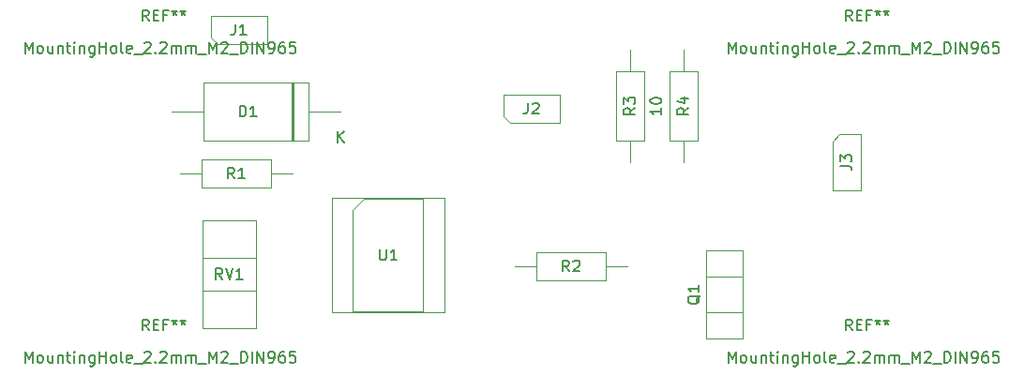
<source format=gbr>
G04 #@! TF.GenerationSoftware,KiCad,Pcbnew,5.1.5-52549c5~84~ubuntu18.04.1*
G04 #@! TF.CreationDate,2020-04-29T13:09:13+01:00*
G04 #@! TF.ProjectId,etl_driver_pcb,65746c5f-6472-4697-9665-725f7063622e,rev?*
G04 #@! TF.SameCoordinates,Original*
G04 #@! TF.FileFunction,Other,Fab,Top*
%FSLAX46Y46*%
G04 Gerber Fmt 4.6, Leading zero omitted, Abs format (unit mm)*
G04 Created by KiCad (PCBNEW 5.1.5-52549c5~84~ubuntu18.04.1) date 2020-04-29 13:09:13*
%MOMM*%
%LPD*%
G04 APERTURE LIST*
%ADD10C,0.100000*%
%ADD11C,0.150000*%
G04 APERTURE END LIST*
D10*
X135356000Y-121142000D02*
X130556000Y-121142000D01*
X135356000Y-124142000D02*
X135356000Y-121142000D01*
X130556000Y-124142000D02*
X135356000Y-124142000D01*
X130556000Y-121142000D02*
X130556000Y-124142000D01*
X130556000Y-117742000D02*
X135356000Y-117742000D01*
X130556000Y-127542000D02*
X130556000Y-117742000D01*
X135356000Y-127542000D02*
X130556000Y-127542000D01*
X135356000Y-117742000D02*
X135356000Y-127542000D01*
X140147000Y-110555000D02*
X140147000Y-105345000D01*
X140147000Y-105345000D02*
X130617000Y-105345000D01*
X130617000Y-105345000D02*
X130617000Y-110555000D01*
X130617000Y-110555000D02*
X140147000Y-110555000D01*
X143002000Y-107950000D02*
X140147000Y-107950000D01*
X127762000Y-107950000D02*
X130617000Y-107950000D01*
X138717500Y-110555000D02*
X138717500Y-105345000D01*
X138617500Y-110555000D02*
X138617500Y-105345000D01*
X138817500Y-110555000D02*
X138817500Y-105345000D01*
X131318000Y-101219000D02*
X131318000Y-99314000D01*
X131318000Y-99314000D02*
X136398000Y-99314000D01*
X136398000Y-99314000D02*
X136398000Y-101854000D01*
X136398000Y-101854000D02*
X131953000Y-101854000D01*
X131953000Y-101854000D02*
X131318000Y-101219000D01*
X158369000Y-108966000D02*
X157734000Y-108331000D01*
X162814000Y-108966000D02*
X158369000Y-108966000D01*
X162814000Y-106426000D02*
X162814000Y-108966000D01*
X157734000Y-106426000D02*
X162814000Y-106426000D01*
X157734000Y-108331000D02*
X157734000Y-106426000D01*
X188087000Y-109982000D02*
X189992000Y-109982000D01*
X189992000Y-109982000D02*
X189992000Y-115062000D01*
X189992000Y-115062000D02*
X187452000Y-115062000D01*
X187452000Y-115062000D02*
X187452000Y-110617000D01*
X187452000Y-110617000D02*
X188087000Y-109982000D01*
X176054000Y-128460000D02*
X179304000Y-128460000D01*
X179304000Y-128460000D02*
X179304000Y-120460000D01*
X179304000Y-120460000D02*
X176054000Y-120460000D01*
X176054000Y-120460000D02*
X176054000Y-128460000D01*
X176054000Y-126060000D02*
X179304000Y-126060000D01*
X176054000Y-122860000D02*
X179304000Y-122860000D01*
X136754000Y-114788000D02*
X136754000Y-112288000D01*
X136754000Y-112288000D02*
X130454000Y-112288000D01*
X130454000Y-112288000D02*
X130454000Y-114788000D01*
X130454000Y-114788000D02*
X136754000Y-114788000D01*
X138684000Y-113538000D02*
X136754000Y-113538000D01*
X128524000Y-113538000D02*
X130454000Y-113538000D01*
X158750000Y-121920000D02*
X160680000Y-121920000D01*
X168910000Y-121920000D02*
X166980000Y-121920000D01*
X160680000Y-123170000D02*
X166980000Y-123170000D01*
X160680000Y-120670000D02*
X160680000Y-123170000D01*
X166980000Y-120670000D02*
X160680000Y-120670000D01*
X166980000Y-123170000D02*
X166980000Y-120670000D01*
X167914000Y-110592000D02*
X170414000Y-110592000D01*
X170414000Y-110592000D02*
X170414000Y-104292000D01*
X170414000Y-104292000D02*
X167914000Y-104292000D01*
X167914000Y-104292000D02*
X167914000Y-110592000D01*
X169164000Y-112522000D02*
X169164000Y-110592000D01*
X169164000Y-102362000D02*
X169164000Y-104292000D01*
X173990000Y-102362000D02*
X173990000Y-104292000D01*
X173990000Y-112522000D02*
X173990000Y-110592000D01*
X172740000Y-104292000D02*
X172740000Y-110592000D01*
X175240000Y-104292000D02*
X172740000Y-104292000D01*
X175240000Y-110592000D02*
X175240000Y-104292000D01*
X172740000Y-110592000D02*
X175240000Y-110592000D01*
X145145000Y-115824000D02*
X150495000Y-115824000D01*
X150495000Y-115824000D02*
X150495000Y-125984000D01*
X150495000Y-125984000D02*
X144145000Y-125984000D01*
X144145000Y-125984000D02*
X144145000Y-116824000D01*
X144145000Y-116824000D02*
X145145000Y-115824000D01*
X142240000Y-115764000D02*
X142240000Y-126044000D01*
X142240000Y-126044000D02*
X152400000Y-126044000D01*
X152400000Y-126044000D02*
X152400000Y-115764000D01*
X152400000Y-115764000D02*
X142240000Y-115764000D01*
D11*
X132360761Y-123094380D02*
X132027428Y-122618190D01*
X131789333Y-123094380D02*
X131789333Y-122094380D01*
X132170285Y-122094380D01*
X132265523Y-122142000D01*
X132313142Y-122189619D01*
X132360761Y-122284857D01*
X132360761Y-122427714D01*
X132313142Y-122522952D01*
X132265523Y-122570571D01*
X132170285Y-122618190D01*
X131789333Y-122618190D01*
X132646476Y-122094380D02*
X132979809Y-123094380D01*
X133313142Y-122094380D01*
X134170285Y-123094380D02*
X133598857Y-123094380D01*
X133884571Y-123094380D02*
X133884571Y-122094380D01*
X133789333Y-122237238D01*
X133694095Y-122332476D01*
X133598857Y-122380095D01*
X133929154Y-108402380D02*
X133929154Y-107402380D01*
X134167250Y-107402380D01*
X134310107Y-107450000D01*
X134405345Y-107545238D01*
X134452964Y-107640476D01*
X134500583Y-107830952D01*
X134500583Y-107973809D01*
X134452964Y-108164285D01*
X134405345Y-108259523D01*
X134310107Y-108354761D01*
X134167250Y-108402380D01*
X133929154Y-108402380D01*
X135452964Y-108402380D02*
X134881535Y-108402380D01*
X135167250Y-108402380D02*
X135167250Y-107402380D01*
X135072011Y-107545238D01*
X134976773Y-107640476D01*
X134881535Y-107688095D01*
X142740095Y-110702380D02*
X142740095Y-109702380D01*
X143311523Y-110702380D02*
X142882952Y-110130952D01*
X143311523Y-109702380D02*
X142740095Y-110273809D01*
X114555523Y-130606380D02*
X114555523Y-129606380D01*
X114888857Y-130320666D01*
X115222190Y-129606380D01*
X115222190Y-130606380D01*
X115841238Y-130606380D02*
X115746000Y-130558761D01*
X115698380Y-130511142D01*
X115650761Y-130415904D01*
X115650761Y-130130190D01*
X115698380Y-130034952D01*
X115746000Y-129987333D01*
X115841238Y-129939714D01*
X115984095Y-129939714D01*
X116079333Y-129987333D01*
X116126952Y-130034952D01*
X116174571Y-130130190D01*
X116174571Y-130415904D01*
X116126952Y-130511142D01*
X116079333Y-130558761D01*
X115984095Y-130606380D01*
X115841238Y-130606380D01*
X117031714Y-129939714D02*
X117031714Y-130606380D01*
X116603142Y-129939714D02*
X116603142Y-130463523D01*
X116650761Y-130558761D01*
X116746000Y-130606380D01*
X116888857Y-130606380D01*
X116984095Y-130558761D01*
X117031714Y-130511142D01*
X117507904Y-129939714D02*
X117507904Y-130606380D01*
X117507904Y-130034952D02*
X117555523Y-129987333D01*
X117650761Y-129939714D01*
X117793619Y-129939714D01*
X117888857Y-129987333D01*
X117936476Y-130082571D01*
X117936476Y-130606380D01*
X118269809Y-129939714D02*
X118650761Y-129939714D01*
X118412666Y-129606380D02*
X118412666Y-130463523D01*
X118460285Y-130558761D01*
X118555523Y-130606380D01*
X118650761Y-130606380D01*
X118984095Y-130606380D02*
X118984095Y-129939714D01*
X118984095Y-129606380D02*
X118936476Y-129654000D01*
X118984095Y-129701619D01*
X119031714Y-129654000D01*
X118984095Y-129606380D01*
X118984095Y-129701619D01*
X119460285Y-129939714D02*
X119460285Y-130606380D01*
X119460285Y-130034952D02*
X119507904Y-129987333D01*
X119603142Y-129939714D01*
X119746000Y-129939714D01*
X119841238Y-129987333D01*
X119888857Y-130082571D01*
X119888857Y-130606380D01*
X120793619Y-129939714D02*
X120793619Y-130749238D01*
X120746000Y-130844476D01*
X120698380Y-130892095D01*
X120603142Y-130939714D01*
X120460285Y-130939714D01*
X120365047Y-130892095D01*
X120793619Y-130558761D02*
X120698380Y-130606380D01*
X120507904Y-130606380D01*
X120412666Y-130558761D01*
X120365047Y-130511142D01*
X120317428Y-130415904D01*
X120317428Y-130130190D01*
X120365047Y-130034952D01*
X120412666Y-129987333D01*
X120507904Y-129939714D01*
X120698380Y-129939714D01*
X120793619Y-129987333D01*
X121269809Y-130606380D02*
X121269809Y-129606380D01*
X121269809Y-130082571D02*
X121841238Y-130082571D01*
X121841238Y-130606380D02*
X121841238Y-129606380D01*
X122460285Y-130606380D02*
X122365047Y-130558761D01*
X122317428Y-130511142D01*
X122269809Y-130415904D01*
X122269809Y-130130190D01*
X122317428Y-130034952D01*
X122365047Y-129987333D01*
X122460285Y-129939714D01*
X122603142Y-129939714D01*
X122698380Y-129987333D01*
X122746000Y-130034952D01*
X122793619Y-130130190D01*
X122793619Y-130415904D01*
X122746000Y-130511142D01*
X122698380Y-130558761D01*
X122603142Y-130606380D01*
X122460285Y-130606380D01*
X123365047Y-130606380D02*
X123269809Y-130558761D01*
X123222190Y-130463523D01*
X123222190Y-129606380D01*
X124126952Y-130558761D02*
X124031714Y-130606380D01*
X123841238Y-130606380D01*
X123746000Y-130558761D01*
X123698380Y-130463523D01*
X123698380Y-130082571D01*
X123746000Y-129987333D01*
X123841238Y-129939714D01*
X124031714Y-129939714D01*
X124126952Y-129987333D01*
X124174571Y-130082571D01*
X124174571Y-130177809D01*
X123698380Y-130273047D01*
X124365047Y-130701619D02*
X125126952Y-130701619D01*
X125317428Y-129701619D02*
X125365047Y-129654000D01*
X125460285Y-129606380D01*
X125698380Y-129606380D01*
X125793619Y-129654000D01*
X125841238Y-129701619D01*
X125888857Y-129796857D01*
X125888857Y-129892095D01*
X125841238Y-130034952D01*
X125269809Y-130606380D01*
X125888857Y-130606380D01*
X126317428Y-130511142D02*
X126365047Y-130558761D01*
X126317428Y-130606380D01*
X126269809Y-130558761D01*
X126317428Y-130511142D01*
X126317428Y-130606380D01*
X126745999Y-129701619D02*
X126793619Y-129654000D01*
X126888857Y-129606380D01*
X127126952Y-129606380D01*
X127222190Y-129654000D01*
X127269809Y-129701619D01*
X127317428Y-129796857D01*
X127317428Y-129892095D01*
X127269809Y-130034952D01*
X126698380Y-130606380D01*
X127317428Y-130606380D01*
X127745999Y-130606380D02*
X127745999Y-129939714D01*
X127745999Y-130034952D02*
X127793619Y-129987333D01*
X127888857Y-129939714D01*
X128031714Y-129939714D01*
X128126952Y-129987333D01*
X128174571Y-130082571D01*
X128174571Y-130606380D01*
X128174571Y-130082571D02*
X128222190Y-129987333D01*
X128317428Y-129939714D01*
X128460285Y-129939714D01*
X128555523Y-129987333D01*
X128603142Y-130082571D01*
X128603142Y-130606380D01*
X129079333Y-130606380D02*
X129079333Y-129939714D01*
X129079333Y-130034952D02*
X129126952Y-129987333D01*
X129222190Y-129939714D01*
X129365047Y-129939714D01*
X129460285Y-129987333D01*
X129507904Y-130082571D01*
X129507904Y-130606380D01*
X129507904Y-130082571D02*
X129555523Y-129987333D01*
X129650761Y-129939714D01*
X129793619Y-129939714D01*
X129888857Y-129987333D01*
X129936476Y-130082571D01*
X129936476Y-130606380D01*
X130174571Y-130701619D02*
X130936476Y-130701619D01*
X131174571Y-130606380D02*
X131174571Y-129606380D01*
X131507904Y-130320666D01*
X131841238Y-129606380D01*
X131841238Y-130606380D01*
X132269809Y-129701619D02*
X132317428Y-129654000D01*
X132412666Y-129606380D01*
X132650761Y-129606380D01*
X132746000Y-129654000D01*
X132793619Y-129701619D01*
X132841238Y-129796857D01*
X132841238Y-129892095D01*
X132793619Y-130034952D01*
X132222190Y-130606380D01*
X132841238Y-130606380D01*
X133031714Y-130701619D02*
X133793619Y-130701619D01*
X134031714Y-130606380D02*
X134031714Y-129606380D01*
X134269809Y-129606380D01*
X134412666Y-129654000D01*
X134507904Y-129749238D01*
X134555523Y-129844476D01*
X134603142Y-130034952D01*
X134603142Y-130177809D01*
X134555523Y-130368285D01*
X134507904Y-130463523D01*
X134412666Y-130558761D01*
X134269809Y-130606380D01*
X134031714Y-130606380D01*
X135031714Y-130606380D02*
X135031714Y-129606380D01*
X135507904Y-130606380D02*
X135507904Y-129606380D01*
X136079333Y-130606380D01*
X136079333Y-129606380D01*
X136603142Y-130606380D02*
X136793619Y-130606380D01*
X136888857Y-130558761D01*
X136936476Y-130511142D01*
X137031714Y-130368285D01*
X137079333Y-130177809D01*
X137079333Y-129796857D01*
X137031714Y-129701619D01*
X136984095Y-129654000D01*
X136888857Y-129606380D01*
X136698380Y-129606380D01*
X136603142Y-129654000D01*
X136555523Y-129701619D01*
X136507904Y-129796857D01*
X136507904Y-130034952D01*
X136555523Y-130130190D01*
X136603142Y-130177809D01*
X136698380Y-130225428D01*
X136888857Y-130225428D01*
X136984095Y-130177809D01*
X137031714Y-130130190D01*
X137079333Y-130034952D01*
X137936476Y-129606380D02*
X137746000Y-129606380D01*
X137650761Y-129654000D01*
X137603142Y-129701619D01*
X137507904Y-129844476D01*
X137460285Y-130034952D01*
X137460285Y-130415904D01*
X137507904Y-130511142D01*
X137555523Y-130558761D01*
X137650761Y-130606380D01*
X137841238Y-130606380D01*
X137936476Y-130558761D01*
X137984095Y-130511142D01*
X138031714Y-130415904D01*
X138031714Y-130177809D01*
X137984095Y-130082571D01*
X137936476Y-130034952D01*
X137841238Y-129987333D01*
X137650761Y-129987333D01*
X137555523Y-130034952D01*
X137507904Y-130082571D01*
X137460285Y-130177809D01*
X138936476Y-129606380D02*
X138460285Y-129606380D01*
X138412666Y-130082571D01*
X138460285Y-130034952D01*
X138555523Y-129987333D01*
X138793619Y-129987333D01*
X138888857Y-130034952D01*
X138936476Y-130082571D01*
X138984095Y-130177809D01*
X138984095Y-130415904D01*
X138936476Y-130511142D01*
X138888857Y-130558761D01*
X138793619Y-130606380D01*
X138555523Y-130606380D01*
X138460285Y-130558761D01*
X138412666Y-130511142D01*
X125712666Y-127706380D02*
X125379333Y-127230190D01*
X125141238Y-127706380D02*
X125141238Y-126706380D01*
X125522190Y-126706380D01*
X125617428Y-126754000D01*
X125665047Y-126801619D01*
X125712666Y-126896857D01*
X125712666Y-127039714D01*
X125665047Y-127134952D01*
X125617428Y-127182571D01*
X125522190Y-127230190D01*
X125141238Y-127230190D01*
X126141238Y-127182571D02*
X126474571Y-127182571D01*
X126617428Y-127706380D02*
X126141238Y-127706380D01*
X126141238Y-126706380D01*
X126617428Y-126706380D01*
X127379333Y-127182571D02*
X127046000Y-127182571D01*
X127046000Y-127706380D02*
X127046000Y-126706380D01*
X127522190Y-126706380D01*
X128046000Y-126706380D02*
X128046000Y-126944476D01*
X127807904Y-126849238D02*
X128046000Y-126944476D01*
X128284095Y-126849238D01*
X127903142Y-127134952D02*
X128046000Y-126944476D01*
X128188857Y-127134952D01*
X128807904Y-126706380D02*
X128807904Y-126944476D01*
X128569809Y-126849238D02*
X128807904Y-126944476D01*
X129046000Y-126849238D01*
X128665047Y-127134952D02*
X128807904Y-126944476D01*
X128950761Y-127134952D01*
X114555523Y-102666380D02*
X114555523Y-101666380D01*
X114888857Y-102380666D01*
X115222190Y-101666380D01*
X115222190Y-102666380D01*
X115841238Y-102666380D02*
X115746000Y-102618761D01*
X115698380Y-102571142D01*
X115650761Y-102475904D01*
X115650761Y-102190190D01*
X115698380Y-102094952D01*
X115746000Y-102047333D01*
X115841238Y-101999714D01*
X115984095Y-101999714D01*
X116079333Y-102047333D01*
X116126952Y-102094952D01*
X116174571Y-102190190D01*
X116174571Y-102475904D01*
X116126952Y-102571142D01*
X116079333Y-102618761D01*
X115984095Y-102666380D01*
X115841238Y-102666380D01*
X117031714Y-101999714D02*
X117031714Y-102666380D01*
X116603142Y-101999714D02*
X116603142Y-102523523D01*
X116650761Y-102618761D01*
X116746000Y-102666380D01*
X116888857Y-102666380D01*
X116984095Y-102618761D01*
X117031714Y-102571142D01*
X117507904Y-101999714D02*
X117507904Y-102666380D01*
X117507904Y-102094952D02*
X117555523Y-102047333D01*
X117650761Y-101999714D01*
X117793619Y-101999714D01*
X117888857Y-102047333D01*
X117936476Y-102142571D01*
X117936476Y-102666380D01*
X118269809Y-101999714D02*
X118650761Y-101999714D01*
X118412666Y-101666380D02*
X118412666Y-102523523D01*
X118460285Y-102618761D01*
X118555523Y-102666380D01*
X118650761Y-102666380D01*
X118984095Y-102666380D02*
X118984095Y-101999714D01*
X118984095Y-101666380D02*
X118936476Y-101714000D01*
X118984095Y-101761619D01*
X119031714Y-101714000D01*
X118984095Y-101666380D01*
X118984095Y-101761619D01*
X119460285Y-101999714D02*
X119460285Y-102666380D01*
X119460285Y-102094952D02*
X119507904Y-102047333D01*
X119603142Y-101999714D01*
X119746000Y-101999714D01*
X119841238Y-102047333D01*
X119888857Y-102142571D01*
X119888857Y-102666380D01*
X120793619Y-101999714D02*
X120793619Y-102809238D01*
X120746000Y-102904476D01*
X120698380Y-102952095D01*
X120603142Y-102999714D01*
X120460285Y-102999714D01*
X120365047Y-102952095D01*
X120793619Y-102618761D02*
X120698380Y-102666380D01*
X120507904Y-102666380D01*
X120412666Y-102618761D01*
X120365047Y-102571142D01*
X120317428Y-102475904D01*
X120317428Y-102190190D01*
X120365047Y-102094952D01*
X120412666Y-102047333D01*
X120507904Y-101999714D01*
X120698380Y-101999714D01*
X120793619Y-102047333D01*
X121269809Y-102666380D02*
X121269809Y-101666380D01*
X121269809Y-102142571D02*
X121841238Y-102142571D01*
X121841238Y-102666380D02*
X121841238Y-101666380D01*
X122460285Y-102666380D02*
X122365047Y-102618761D01*
X122317428Y-102571142D01*
X122269809Y-102475904D01*
X122269809Y-102190190D01*
X122317428Y-102094952D01*
X122365047Y-102047333D01*
X122460285Y-101999714D01*
X122603142Y-101999714D01*
X122698380Y-102047333D01*
X122746000Y-102094952D01*
X122793619Y-102190190D01*
X122793619Y-102475904D01*
X122746000Y-102571142D01*
X122698380Y-102618761D01*
X122603142Y-102666380D01*
X122460285Y-102666380D01*
X123365047Y-102666380D02*
X123269809Y-102618761D01*
X123222190Y-102523523D01*
X123222190Y-101666380D01*
X124126952Y-102618761D02*
X124031714Y-102666380D01*
X123841238Y-102666380D01*
X123746000Y-102618761D01*
X123698380Y-102523523D01*
X123698380Y-102142571D01*
X123746000Y-102047333D01*
X123841238Y-101999714D01*
X124031714Y-101999714D01*
X124126952Y-102047333D01*
X124174571Y-102142571D01*
X124174571Y-102237809D01*
X123698380Y-102333047D01*
X124365047Y-102761619D02*
X125126952Y-102761619D01*
X125317428Y-101761619D02*
X125365047Y-101714000D01*
X125460285Y-101666380D01*
X125698380Y-101666380D01*
X125793619Y-101714000D01*
X125841238Y-101761619D01*
X125888857Y-101856857D01*
X125888857Y-101952095D01*
X125841238Y-102094952D01*
X125269809Y-102666380D01*
X125888857Y-102666380D01*
X126317428Y-102571142D02*
X126365047Y-102618761D01*
X126317428Y-102666380D01*
X126269809Y-102618761D01*
X126317428Y-102571142D01*
X126317428Y-102666380D01*
X126745999Y-101761619D02*
X126793619Y-101714000D01*
X126888857Y-101666380D01*
X127126952Y-101666380D01*
X127222190Y-101714000D01*
X127269809Y-101761619D01*
X127317428Y-101856857D01*
X127317428Y-101952095D01*
X127269809Y-102094952D01*
X126698380Y-102666380D01*
X127317428Y-102666380D01*
X127745999Y-102666380D02*
X127745999Y-101999714D01*
X127745999Y-102094952D02*
X127793619Y-102047333D01*
X127888857Y-101999714D01*
X128031714Y-101999714D01*
X128126952Y-102047333D01*
X128174571Y-102142571D01*
X128174571Y-102666380D01*
X128174571Y-102142571D02*
X128222190Y-102047333D01*
X128317428Y-101999714D01*
X128460285Y-101999714D01*
X128555523Y-102047333D01*
X128603142Y-102142571D01*
X128603142Y-102666380D01*
X129079333Y-102666380D02*
X129079333Y-101999714D01*
X129079333Y-102094952D02*
X129126952Y-102047333D01*
X129222190Y-101999714D01*
X129365047Y-101999714D01*
X129460285Y-102047333D01*
X129507904Y-102142571D01*
X129507904Y-102666380D01*
X129507904Y-102142571D02*
X129555523Y-102047333D01*
X129650761Y-101999714D01*
X129793619Y-101999714D01*
X129888857Y-102047333D01*
X129936476Y-102142571D01*
X129936476Y-102666380D01*
X130174571Y-102761619D02*
X130936476Y-102761619D01*
X131174571Y-102666380D02*
X131174571Y-101666380D01*
X131507904Y-102380666D01*
X131841238Y-101666380D01*
X131841238Y-102666380D01*
X132269809Y-101761619D02*
X132317428Y-101714000D01*
X132412666Y-101666380D01*
X132650761Y-101666380D01*
X132746000Y-101714000D01*
X132793619Y-101761619D01*
X132841238Y-101856857D01*
X132841238Y-101952095D01*
X132793619Y-102094952D01*
X132222190Y-102666380D01*
X132841238Y-102666380D01*
X133031714Y-102761619D02*
X133793619Y-102761619D01*
X134031714Y-102666380D02*
X134031714Y-101666380D01*
X134269809Y-101666380D01*
X134412666Y-101714000D01*
X134507904Y-101809238D01*
X134555523Y-101904476D01*
X134603142Y-102094952D01*
X134603142Y-102237809D01*
X134555523Y-102428285D01*
X134507904Y-102523523D01*
X134412666Y-102618761D01*
X134269809Y-102666380D01*
X134031714Y-102666380D01*
X135031714Y-102666380D02*
X135031714Y-101666380D01*
X135507904Y-102666380D02*
X135507904Y-101666380D01*
X136079333Y-102666380D01*
X136079333Y-101666380D01*
X136603142Y-102666380D02*
X136793619Y-102666380D01*
X136888857Y-102618761D01*
X136936476Y-102571142D01*
X137031714Y-102428285D01*
X137079333Y-102237809D01*
X137079333Y-101856857D01*
X137031714Y-101761619D01*
X136984095Y-101714000D01*
X136888857Y-101666380D01*
X136698380Y-101666380D01*
X136603142Y-101714000D01*
X136555523Y-101761619D01*
X136507904Y-101856857D01*
X136507904Y-102094952D01*
X136555523Y-102190190D01*
X136603142Y-102237809D01*
X136698380Y-102285428D01*
X136888857Y-102285428D01*
X136984095Y-102237809D01*
X137031714Y-102190190D01*
X137079333Y-102094952D01*
X137936476Y-101666380D02*
X137746000Y-101666380D01*
X137650761Y-101714000D01*
X137603142Y-101761619D01*
X137507904Y-101904476D01*
X137460285Y-102094952D01*
X137460285Y-102475904D01*
X137507904Y-102571142D01*
X137555523Y-102618761D01*
X137650761Y-102666380D01*
X137841238Y-102666380D01*
X137936476Y-102618761D01*
X137984095Y-102571142D01*
X138031714Y-102475904D01*
X138031714Y-102237809D01*
X137984095Y-102142571D01*
X137936476Y-102094952D01*
X137841238Y-102047333D01*
X137650761Y-102047333D01*
X137555523Y-102094952D01*
X137507904Y-102142571D01*
X137460285Y-102237809D01*
X138936476Y-101666380D02*
X138460285Y-101666380D01*
X138412666Y-102142571D01*
X138460285Y-102094952D01*
X138555523Y-102047333D01*
X138793619Y-102047333D01*
X138888857Y-102094952D01*
X138936476Y-102142571D01*
X138984095Y-102237809D01*
X138984095Y-102475904D01*
X138936476Y-102571142D01*
X138888857Y-102618761D01*
X138793619Y-102666380D01*
X138555523Y-102666380D01*
X138460285Y-102618761D01*
X138412666Y-102571142D01*
X125712666Y-99766380D02*
X125379333Y-99290190D01*
X125141238Y-99766380D02*
X125141238Y-98766380D01*
X125522190Y-98766380D01*
X125617428Y-98814000D01*
X125665047Y-98861619D01*
X125712666Y-98956857D01*
X125712666Y-99099714D01*
X125665047Y-99194952D01*
X125617428Y-99242571D01*
X125522190Y-99290190D01*
X125141238Y-99290190D01*
X126141238Y-99242571D02*
X126474571Y-99242571D01*
X126617428Y-99766380D02*
X126141238Y-99766380D01*
X126141238Y-98766380D01*
X126617428Y-98766380D01*
X127379333Y-99242571D02*
X127046000Y-99242571D01*
X127046000Y-99766380D02*
X127046000Y-98766380D01*
X127522190Y-98766380D01*
X128046000Y-98766380D02*
X128046000Y-99004476D01*
X127807904Y-98909238D02*
X128046000Y-99004476D01*
X128284095Y-98909238D01*
X127903142Y-99194952D02*
X128046000Y-99004476D01*
X128188857Y-99194952D01*
X128807904Y-98766380D02*
X128807904Y-99004476D01*
X128569809Y-98909238D02*
X128807904Y-99004476D01*
X129046000Y-98909238D01*
X128665047Y-99194952D02*
X128807904Y-99004476D01*
X128950761Y-99194952D01*
X178055523Y-102666380D02*
X178055523Y-101666380D01*
X178388857Y-102380666D01*
X178722190Y-101666380D01*
X178722190Y-102666380D01*
X179341238Y-102666380D02*
X179246000Y-102618761D01*
X179198380Y-102571142D01*
X179150761Y-102475904D01*
X179150761Y-102190190D01*
X179198380Y-102094952D01*
X179246000Y-102047333D01*
X179341238Y-101999714D01*
X179484095Y-101999714D01*
X179579333Y-102047333D01*
X179626952Y-102094952D01*
X179674571Y-102190190D01*
X179674571Y-102475904D01*
X179626952Y-102571142D01*
X179579333Y-102618761D01*
X179484095Y-102666380D01*
X179341238Y-102666380D01*
X180531714Y-101999714D02*
X180531714Y-102666380D01*
X180103142Y-101999714D02*
X180103142Y-102523523D01*
X180150761Y-102618761D01*
X180246000Y-102666380D01*
X180388857Y-102666380D01*
X180484095Y-102618761D01*
X180531714Y-102571142D01*
X181007904Y-101999714D02*
X181007904Y-102666380D01*
X181007904Y-102094952D02*
X181055523Y-102047333D01*
X181150761Y-101999714D01*
X181293619Y-101999714D01*
X181388857Y-102047333D01*
X181436476Y-102142571D01*
X181436476Y-102666380D01*
X181769809Y-101999714D02*
X182150761Y-101999714D01*
X181912666Y-101666380D02*
X181912666Y-102523523D01*
X181960285Y-102618761D01*
X182055523Y-102666380D01*
X182150761Y-102666380D01*
X182484095Y-102666380D02*
X182484095Y-101999714D01*
X182484095Y-101666380D02*
X182436476Y-101714000D01*
X182484095Y-101761619D01*
X182531714Y-101714000D01*
X182484095Y-101666380D01*
X182484095Y-101761619D01*
X182960285Y-101999714D02*
X182960285Y-102666380D01*
X182960285Y-102094952D02*
X183007904Y-102047333D01*
X183103142Y-101999714D01*
X183246000Y-101999714D01*
X183341238Y-102047333D01*
X183388857Y-102142571D01*
X183388857Y-102666380D01*
X184293619Y-101999714D02*
X184293619Y-102809238D01*
X184246000Y-102904476D01*
X184198380Y-102952095D01*
X184103142Y-102999714D01*
X183960285Y-102999714D01*
X183865047Y-102952095D01*
X184293619Y-102618761D02*
X184198380Y-102666380D01*
X184007904Y-102666380D01*
X183912666Y-102618761D01*
X183865047Y-102571142D01*
X183817428Y-102475904D01*
X183817428Y-102190190D01*
X183865047Y-102094952D01*
X183912666Y-102047333D01*
X184007904Y-101999714D01*
X184198380Y-101999714D01*
X184293619Y-102047333D01*
X184769809Y-102666380D02*
X184769809Y-101666380D01*
X184769809Y-102142571D02*
X185341238Y-102142571D01*
X185341238Y-102666380D02*
X185341238Y-101666380D01*
X185960285Y-102666380D02*
X185865047Y-102618761D01*
X185817428Y-102571142D01*
X185769809Y-102475904D01*
X185769809Y-102190190D01*
X185817428Y-102094952D01*
X185865047Y-102047333D01*
X185960285Y-101999714D01*
X186103142Y-101999714D01*
X186198380Y-102047333D01*
X186246000Y-102094952D01*
X186293619Y-102190190D01*
X186293619Y-102475904D01*
X186246000Y-102571142D01*
X186198380Y-102618761D01*
X186103142Y-102666380D01*
X185960285Y-102666380D01*
X186865047Y-102666380D02*
X186769809Y-102618761D01*
X186722190Y-102523523D01*
X186722190Y-101666380D01*
X187626952Y-102618761D02*
X187531714Y-102666380D01*
X187341238Y-102666380D01*
X187246000Y-102618761D01*
X187198380Y-102523523D01*
X187198380Y-102142571D01*
X187246000Y-102047333D01*
X187341238Y-101999714D01*
X187531714Y-101999714D01*
X187626952Y-102047333D01*
X187674571Y-102142571D01*
X187674571Y-102237809D01*
X187198380Y-102333047D01*
X187865047Y-102761619D02*
X188626952Y-102761619D01*
X188817428Y-101761619D02*
X188865047Y-101714000D01*
X188960285Y-101666380D01*
X189198380Y-101666380D01*
X189293619Y-101714000D01*
X189341238Y-101761619D01*
X189388857Y-101856857D01*
X189388857Y-101952095D01*
X189341238Y-102094952D01*
X188769809Y-102666380D01*
X189388857Y-102666380D01*
X189817428Y-102571142D02*
X189865047Y-102618761D01*
X189817428Y-102666380D01*
X189769809Y-102618761D01*
X189817428Y-102571142D01*
X189817428Y-102666380D01*
X190246000Y-101761619D02*
X190293619Y-101714000D01*
X190388857Y-101666380D01*
X190626952Y-101666380D01*
X190722190Y-101714000D01*
X190769809Y-101761619D01*
X190817428Y-101856857D01*
X190817428Y-101952095D01*
X190769809Y-102094952D01*
X190198380Y-102666380D01*
X190817428Y-102666380D01*
X191246000Y-102666380D02*
X191246000Y-101999714D01*
X191246000Y-102094952D02*
X191293619Y-102047333D01*
X191388857Y-101999714D01*
X191531714Y-101999714D01*
X191626952Y-102047333D01*
X191674571Y-102142571D01*
X191674571Y-102666380D01*
X191674571Y-102142571D02*
X191722190Y-102047333D01*
X191817428Y-101999714D01*
X191960285Y-101999714D01*
X192055523Y-102047333D01*
X192103142Y-102142571D01*
X192103142Y-102666380D01*
X192579333Y-102666380D02*
X192579333Y-101999714D01*
X192579333Y-102094952D02*
X192626952Y-102047333D01*
X192722190Y-101999714D01*
X192865047Y-101999714D01*
X192960285Y-102047333D01*
X193007904Y-102142571D01*
X193007904Y-102666380D01*
X193007904Y-102142571D02*
X193055523Y-102047333D01*
X193150761Y-101999714D01*
X193293619Y-101999714D01*
X193388857Y-102047333D01*
X193436476Y-102142571D01*
X193436476Y-102666380D01*
X193674571Y-102761619D02*
X194436476Y-102761619D01*
X194674571Y-102666380D02*
X194674571Y-101666380D01*
X195007904Y-102380666D01*
X195341238Y-101666380D01*
X195341238Y-102666380D01*
X195769809Y-101761619D02*
X195817428Y-101714000D01*
X195912666Y-101666380D01*
X196150761Y-101666380D01*
X196246000Y-101714000D01*
X196293619Y-101761619D01*
X196341238Y-101856857D01*
X196341238Y-101952095D01*
X196293619Y-102094952D01*
X195722190Y-102666380D01*
X196341238Y-102666380D01*
X196531714Y-102761619D02*
X197293619Y-102761619D01*
X197531714Y-102666380D02*
X197531714Y-101666380D01*
X197769809Y-101666380D01*
X197912666Y-101714000D01*
X198007904Y-101809238D01*
X198055523Y-101904476D01*
X198103142Y-102094952D01*
X198103142Y-102237809D01*
X198055523Y-102428285D01*
X198007904Y-102523523D01*
X197912666Y-102618761D01*
X197769809Y-102666380D01*
X197531714Y-102666380D01*
X198531714Y-102666380D02*
X198531714Y-101666380D01*
X199007904Y-102666380D02*
X199007904Y-101666380D01*
X199579333Y-102666380D01*
X199579333Y-101666380D01*
X200103142Y-102666380D02*
X200293619Y-102666380D01*
X200388857Y-102618761D01*
X200436476Y-102571142D01*
X200531714Y-102428285D01*
X200579333Y-102237809D01*
X200579333Y-101856857D01*
X200531714Y-101761619D01*
X200484095Y-101714000D01*
X200388857Y-101666380D01*
X200198380Y-101666380D01*
X200103142Y-101714000D01*
X200055523Y-101761619D01*
X200007904Y-101856857D01*
X200007904Y-102094952D01*
X200055523Y-102190190D01*
X200103142Y-102237809D01*
X200198380Y-102285428D01*
X200388857Y-102285428D01*
X200484095Y-102237809D01*
X200531714Y-102190190D01*
X200579333Y-102094952D01*
X201436476Y-101666380D02*
X201246000Y-101666380D01*
X201150761Y-101714000D01*
X201103142Y-101761619D01*
X201007904Y-101904476D01*
X200960285Y-102094952D01*
X200960285Y-102475904D01*
X201007904Y-102571142D01*
X201055523Y-102618761D01*
X201150761Y-102666380D01*
X201341238Y-102666380D01*
X201436476Y-102618761D01*
X201484095Y-102571142D01*
X201531714Y-102475904D01*
X201531714Y-102237809D01*
X201484095Y-102142571D01*
X201436476Y-102094952D01*
X201341238Y-102047333D01*
X201150761Y-102047333D01*
X201055523Y-102094952D01*
X201007904Y-102142571D01*
X200960285Y-102237809D01*
X202436476Y-101666380D02*
X201960285Y-101666380D01*
X201912666Y-102142571D01*
X201960285Y-102094952D01*
X202055523Y-102047333D01*
X202293619Y-102047333D01*
X202388857Y-102094952D01*
X202436476Y-102142571D01*
X202484095Y-102237809D01*
X202484095Y-102475904D01*
X202436476Y-102571142D01*
X202388857Y-102618761D01*
X202293619Y-102666380D01*
X202055523Y-102666380D01*
X201960285Y-102618761D01*
X201912666Y-102571142D01*
X189212666Y-99766380D02*
X188879333Y-99290190D01*
X188641238Y-99766380D02*
X188641238Y-98766380D01*
X189022190Y-98766380D01*
X189117428Y-98814000D01*
X189165047Y-98861619D01*
X189212666Y-98956857D01*
X189212666Y-99099714D01*
X189165047Y-99194952D01*
X189117428Y-99242571D01*
X189022190Y-99290190D01*
X188641238Y-99290190D01*
X189641238Y-99242571D02*
X189974571Y-99242571D01*
X190117428Y-99766380D02*
X189641238Y-99766380D01*
X189641238Y-98766380D01*
X190117428Y-98766380D01*
X190879333Y-99242571D02*
X190546000Y-99242571D01*
X190546000Y-99766380D02*
X190546000Y-98766380D01*
X191022190Y-98766380D01*
X191546000Y-98766380D02*
X191546000Y-99004476D01*
X191307904Y-98909238D02*
X191546000Y-99004476D01*
X191784095Y-98909238D01*
X191403142Y-99194952D02*
X191546000Y-99004476D01*
X191688857Y-99194952D01*
X192307904Y-98766380D02*
X192307904Y-99004476D01*
X192069809Y-98909238D02*
X192307904Y-99004476D01*
X192546000Y-98909238D01*
X192165047Y-99194952D02*
X192307904Y-99004476D01*
X192450761Y-99194952D01*
X178055523Y-130606380D02*
X178055523Y-129606380D01*
X178388857Y-130320666D01*
X178722190Y-129606380D01*
X178722190Y-130606380D01*
X179341238Y-130606380D02*
X179246000Y-130558761D01*
X179198380Y-130511142D01*
X179150761Y-130415904D01*
X179150761Y-130130190D01*
X179198380Y-130034952D01*
X179246000Y-129987333D01*
X179341238Y-129939714D01*
X179484095Y-129939714D01*
X179579333Y-129987333D01*
X179626952Y-130034952D01*
X179674571Y-130130190D01*
X179674571Y-130415904D01*
X179626952Y-130511142D01*
X179579333Y-130558761D01*
X179484095Y-130606380D01*
X179341238Y-130606380D01*
X180531714Y-129939714D02*
X180531714Y-130606380D01*
X180103142Y-129939714D02*
X180103142Y-130463523D01*
X180150761Y-130558761D01*
X180246000Y-130606380D01*
X180388857Y-130606380D01*
X180484095Y-130558761D01*
X180531714Y-130511142D01*
X181007904Y-129939714D02*
X181007904Y-130606380D01*
X181007904Y-130034952D02*
X181055523Y-129987333D01*
X181150761Y-129939714D01*
X181293619Y-129939714D01*
X181388857Y-129987333D01*
X181436476Y-130082571D01*
X181436476Y-130606380D01*
X181769809Y-129939714D02*
X182150761Y-129939714D01*
X181912666Y-129606380D02*
X181912666Y-130463523D01*
X181960285Y-130558761D01*
X182055523Y-130606380D01*
X182150761Y-130606380D01*
X182484095Y-130606380D02*
X182484095Y-129939714D01*
X182484095Y-129606380D02*
X182436476Y-129654000D01*
X182484095Y-129701619D01*
X182531714Y-129654000D01*
X182484095Y-129606380D01*
X182484095Y-129701619D01*
X182960285Y-129939714D02*
X182960285Y-130606380D01*
X182960285Y-130034952D02*
X183007904Y-129987333D01*
X183103142Y-129939714D01*
X183246000Y-129939714D01*
X183341238Y-129987333D01*
X183388857Y-130082571D01*
X183388857Y-130606380D01*
X184293619Y-129939714D02*
X184293619Y-130749238D01*
X184246000Y-130844476D01*
X184198380Y-130892095D01*
X184103142Y-130939714D01*
X183960285Y-130939714D01*
X183865047Y-130892095D01*
X184293619Y-130558761D02*
X184198380Y-130606380D01*
X184007904Y-130606380D01*
X183912666Y-130558761D01*
X183865047Y-130511142D01*
X183817428Y-130415904D01*
X183817428Y-130130190D01*
X183865047Y-130034952D01*
X183912666Y-129987333D01*
X184007904Y-129939714D01*
X184198380Y-129939714D01*
X184293619Y-129987333D01*
X184769809Y-130606380D02*
X184769809Y-129606380D01*
X184769809Y-130082571D02*
X185341238Y-130082571D01*
X185341238Y-130606380D02*
X185341238Y-129606380D01*
X185960285Y-130606380D02*
X185865047Y-130558761D01*
X185817428Y-130511142D01*
X185769809Y-130415904D01*
X185769809Y-130130190D01*
X185817428Y-130034952D01*
X185865047Y-129987333D01*
X185960285Y-129939714D01*
X186103142Y-129939714D01*
X186198380Y-129987333D01*
X186246000Y-130034952D01*
X186293619Y-130130190D01*
X186293619Y-130415904D01*
X186246000Y-130511142D01*
X186198380Y-130558761D01*
X186103142Y-130606380D01*
X185960285Y-130606380D01*
X186865047Y-130606380D02*
X186769809Y-130558761D01*
X186722190Y-130463523D01*
X186722190Y-129606380D01*
X187626952Y-130558761D02*
X187531714Y-130606380D01*
X187341238Y-130606380D01*
X187246000Y-130558761D01*
X187198380Y-130463523D01*
X187198380Y-130082571D01*
X187246000Y-129987333D01*
X187341238Y-129939714D01*
X187531714Y-129939714D01*
X187626952Y-129987333D01*
X187674571Y-130082571D01*
X187674571Y-130177809D01*
X187198380Y-130273047D01*
X187865047Y-130701619D02*
X188626952Y-130701619D01*
X188817428Y-129701619D02*
X188865047Y-129654000D01*
X188960285Y-129606380D01*
X189198380Y-129606380D01*
X189293619Y-129654000D01*
X189341238Y-129701619D01*
X189388857Y-129796857D01*
X189388857Y-129892095D01*
X189341238Y-130034952D01*
X188769809Y-130606380D01*
X189388857Y-130606380D01*
X189817428Y-130511142D02*
X189865047Y-130558761D01*
X189817428Y-130606380D01*
X189769809Y-130558761D01*
X189817428Y-130511142D01*
X189817428Y-130606380D01*
X190246000Y-129701619D02*
X190293619Y-129654000D01*
X190388857Y-129606380D01*
X190626952Y-129606380D01*
X190722190Y-129654000D01*
X190769809Y-129701619D01*
X190817428Y-129796857D01*
X190817428Y-129892095D01*
X190769809Y-130034952D01*
X190198380Y-130606380D01*
X190817428Y-130606380D01*
X191246000Y-130606380D02*
X191246000Y-129939714D01*
X191246000Y-130034952D02*
X191293619Y-129987333D01*
X191388857Y-129939714D01*
X191531714Y-129939714D01*
X191626952Y-129987333D01*
X191674571Y-130082571D01*
X191674571Y-130606380D01*
X191674571Y-130082571D02*
X191722190Y-129987333D01*
X191817428Y-129939714D01*
X191960285Y-129939714D01*
X192055523Y-129987333D01*
X192103142Y-130082571D01*
X192103142Y-130606380D01*
X192579333Y-130606380D02*
X192579333Y-129939714D01*
X192579333Y-130034952D02*
X192626952Y-129987333D01*
X192722190Y-129939714D01*
X192865047Y-129939714D01*
X192960285Y-129987333D01*
X193007904Y-130082571D01*
X193007904Y-130606380D01*
X193007904Y-130082571D02*
X193055523Y-129987333D01*
X193150761Y-129939714D01*
X193293619Y-129939714D01*
X193388857Y-129987333D01*
X193436476Y-130082571D01*
X193436476Y-130606380D01*
X193674571Y-130701619D02*
X194436476Y-130701619D01*
X194674571Y-130606380D02*
X194674571Y-129606380D01*
X195007904Y-130320666D01*
X195341238Y-129606380D01*
X195341238Y-130606380D01*
X195769809Y-129701619D02*
X195817428Y-129654000D01*
X195912666Y-129606380D01*
X196150761Y-129606380D01*
X196246000Y-129654000D01*
X196293619Y-129701619D01*
X196341238Y-129796857D01*
X196341238Y-129892095D01*
X196293619Y-130034952D01*
X195722190Y-130606380D01*
X196341238Y-130606380D01*
X196531714Y-130701619D02*
X197293619Y-130701619D01*
X197531714Y-130606380D02*
X197531714Y-129606380D01*
X197769809Y-129606380D01*
X197912666Y-129654000D01*
X198007904Y-129749238D01*
X198055523Y-129844476D01*
X198103142Y-130034952D01*
X198103142Y-130177809D01*
X198055523Y-130368285D01*
X198007904Y-130463523D01*
X197912666Y-130558761D01*
X197769809Y-130606380D01*
X197531714Y-130606380D01*
X198531714Y-130606380D02*
X198531714Y-129606380D01*
X199007904Y-130606380D02*
X199007904Y-129606380D01*
X199579333Y-130606380D01*
X199579333Y-129606380D01*
X200103142Y-130606380D02*
X200293619Y-130606380D01*
X200388857Y-130558761D01*
X200436476Y-130511142D01*
X200531714Y-130368285D01*
X200579333Y-130177809D01*
X200579333Y-129796857D01*
X200531714Y-129701619D01*
X200484095Y-129654000D01*
X200388857Y-129606380D01*
X200198380Y-129606380D01*
X200103142Y-129654000D01*
X200055523Y-129701619D01*
X200007904Y-129796857D01*
X200007904Y-130034952D01*
X200055523Y-130130190D01*
X200103142Y-130177809D01*
X200198380Y-130225428D01*
X200388857Y-130225428D01*
X200484095Y-130177809D01*
X200531714Y-130130190D01*
X200579333Y-130034952D01*
X201436476Y-129606380D02*
X201246000Y-129606380D01*
X201150761Y-129654000D01*
X201103142Y-129701619D01*
X201007904Y-129844476D01*
X200960285Y-130034952D01*
X200960285Y-130415904D01*
X201007904Y-130511142D01*
X201055523Y-130558761D01*
X201150761Y-130606380D01*
X201341238Y-130606380D01*
X201436476Y-130558761D01*
X201484095Y-130511142D01*
X201531714Y-130415904D01*
X201531714Y-130177809D01*
X201484095Y-130082571D01*
X201436476Y-130034952D01*
X201341238Y-129987333D01*
X201150761Y-129987333D01*
X201055523Y-130034952D01*
X201007904Y-130082571D01*
X200960285Y-130177809D01*
X202436476Y-129606380D02*
X201960285Y-129606380D01*
X201912666Y-130082571D01*
X201960285Y-130034952D01*
X202055523Y-129987333D01*
X202293619Y-129987333D01*
X202388857Y-130034952D01*
X202436476Y-130082571D01*
X202484095Y-130177809D01*
X202484095Y-130415904D01*
X202436476Y-130511142D01*
X202388857Y-130558761D01*
X202293619Y-130606380D01*
X202055523Y-130606380D01*
X201960285Y-130558761D01*
X201912666Y-130511142D01*
X189212666Y-127706380D02*
X188879333Y-127230190D01*
X188641238Y-127706380D02*
X188641238Y-126706380D01*
X189022190Y-126706380D01*
X189117428Y-126754000D01*
X189165047Y-126801619D01*
X189212666Y-126896857D01*
X189212666Y-127039714D01*
X189165047Y-127134952D01*
X189117428Y-127182571D01*
X189022190Y-127230190D01*
X188641238Y-127230190D01*
X189641238Y-127182571D02*
X189974571Y-127182571D01*
X190117428Y-127706380D02*
X189641238Y-127706380D01*
X189641238Y-126706380D01*
X190117428Y-126706380D01*
X190879333Y-127182571D02*
X190546000Y-127182571D01*
X190546000Y-127706380D02*
X190546000Y-126706380D01*
X191022190Y-126706380D01*
X191546000Y-126706380D02*
X191546000Y-126944476D01*
X191307904Y-126849238D02*
X191546000Y-126944476D01*
X191784095Y-126849238D01*
X191403142Y-127134952D02*
X191546000Y-126944476D01*
X191688857Y-127134952D01*
X192307904Y-126706380D02*
X192307904Y-126944476D01*
X192069809Y-126849238D02*
X192307904Y-126944476D01*
X192546000Y-126849238D01*
X192165047Y-127134952D02*
X192307904Y-126944476D01*
X192450761Y-127134952D01*
X133524666Y-100036380D02*
X133524666Y-100750666D01*
X133477047Y-100893523D01*
X133381809Y-100988761D01*
X133238952Y-101036380D01*
X133143714Y-101036380D01*
X134524666Y-101036380D02*
X133953238Y-101036380D01*
X134238952Y-101036380D02*
X134238952Y-100036380D01*
X134143714Y-100179238D01*
X134048476Y-100274476D01*
X133953238Y-100322095D01*
X159940666Y-107148380D02*
X159940666Y-107862666D01*
X159893047Y-108005523D01*
X159797809Y-108100761D01*
X159654952Y-108148380D01*
X159559714Y-108148380D01*
X160369238Y-107243619D02*
X160416857Y-107196000D01*
X160512095Y-107148380D01*
X160750190Y-107148380D01*
X160845428Y-107196000D01*
X160893047Y-107243619D01*
X160940666Y-107338857D01*
X160940666Y-107434095D01*
X160893047Y-107576952D01*
X160321619Y-108148380D01*
X160940666Y-108148380D01*
X188174380Y-112855333D02*
X188888666Y-112855333D01*
X189031523Y-112902952D01*
X189126761Y-112998190D01*
X189174380Y-113141047D01*
X189174380Y-113236285D01*
X188174380Y-112474380D02*
X188174380Y-111855333D01*
X188555333Y-112188666D01*
X188555333Y-112045809D01*
X188602952Y-111950571D01*
X188650571Y-111902952D01*
X188745809Y-111855333D01*
X188983904Y-111855333D01*
X189079142Y-111902952D01*
X189126761Y-111950571D01*
X189174380Y-112045809D01*
X189174380Y-112331523D01*
X189126761Y-112426761D01*
X189079142Y-112474380D01*
X175481619Y-124555238D02*
X175434000Y-124650476D01*
X175338761Y-124745714D01*
X175195904Y-124888571D01*
X175148285Y-124983809D01*
X175148285Y-125079047D01*
X175386380Y-125031428D02*
X175338761Y-125126666D01*
X175243523Y-125221904D01*
X175053047Y-125269523D01*
X174719714Y-125269523D01*
X174529238Y-125221904D01*
X174434000Y-125126666D01*
X174386380Y-125031428D01*
X174386380Y-124840952D01*
X174434000Y-124745714D01*
X174529238Y-124650476D01*
X174719714Y-124602857D01*
X175053047Y-124602857D01*
X175243523Y-124650476D01*
X175338761Y-124745714D01*
X175386380Y-124840952D01*
X175386380Y-125031428D01*
X175386380Y-123650476D02*
X175386380Y-124221904D01*
X175386380Y-123936190D02*
X174386380Y-123936190D01*
X174529238Y-124031428D01*
X174624476Y-124126666D01*
X174672095Y-124221904D01*
X133437333Y-113990380D02*
X133104000Y-113514190D01*
X132865904Y-113990380D02*
X132865904Y-112990380D01*
X133246857Y-112990380D01*
X133342095Y-113038000D01*
X133389714Y-113085619D01*
X133437333Y-113180857D01*
X133437333Y-113323714D01*
X133389714Y-113418952D01*
X133342095Y-113466571D01*
X133246857Y-113514190D01*
X132865904Y-113514190D01*
X134389714Y-113990380D02*
X133818285Y-113990380D01*
X134104000Y-113990380D02*
X134104000Y-112990380D01*
X134008761Y-113133238D01*
X133913523Y-113228476D01*
X133818285Y-113276095D01*
X163663333Y-122372380D02*
X163330000Y-121896190D01*
X163091904Y-122372380D02*
X163091904Y-121372380D01*
X163472857Y-121372380D01*
X163568095Y-121420000D01*
X163615714Y-121467619D01*
X163663333Y-121562857D01*
X163663333Y-121705714D01*
X163615714Y-121800952D01*
X163568095Y-121848571D01*
X163472857Y-121896190D01*
X163091904Y-121896190D01*
X164044285Y-121467619D02*
X164091904Y-121420000D01*
X164187142Y-121372380D01*
X164425238Y-121372380D01*
X164520476Y-121420000D01*
X164568095Y-121467619D01*
X164615714Y-121562857D01*
X164615714Y-121658095D01*
X164568095Y-121800952D01*
X163996666Y-122372380D01*
X164615714Y-122372380D01*
X171986380Y-107632476D02*
X171986380Y-108203904D01*
X171986380Y-107918190D02*
X170986380Y-107918190D01*
X171129238Y-108013428D01*
X171224476Y-108108666D01*
X171272095Y-108203904D01*
X170986380Y-107013428D02*
X170986380Y-106918190D01*
X171034000Y-106822952D01*
X171081619Y-106775333D01*
X171176857Y-106727714D01*
X171367333Y-106680095D01*
X171605428Y-106680095D01*
X171795904Y-106727714D01*
X171891142Y-106775333D01*
X171938761Y-106822952D01*
X171986380Y-106918190D01*
X171986380Y-107013428D01*
X171938761Y-107108666D01*
X171891142Y-107156285D01*
X171795904Y-107203904D01*
X171605428Y-107251523D01*
X171367333Y-107251523D01*
X171176857Y-107203904D01*
X171081619Y-107156285D01*
X171034000Y-107108666D01*
X170986380Y-107013428D01*
X169616380Y-107608666D02*
X169140190Y-107942000D01*
X169616380Y-108180095D02*
X168616380Y-108180095D01*
X168616380Y-107799142D01*
X168664000Y-107703904D01*
X168711619Y-107656285D01*
X168806857Y-107608666D01*
X168949714Y-107608666D01*
X169044952Y-107656285D01*
X169092571Y-107703904D01*
X169140190Y-107799142D01*
X169140190Y-108180095D01*
X168616380Y-107275333D02*
X168616380Y-106656285D01*
X168997333Y-106989619D01*
X168997333Y-106846761D01*
X169044952Y-106751523D01*
X169092571Y-106703904D01*
X169187809Y-106656285D01*
X169425904Y-106656285D01*
X169521142Y-106703904D01*
X169568761Y-106751523D01*
X169616380Y-106846761D01*
X169616380Y-107132476D01*
X169568761Y-107227714D01*
X169521142Y-107275333D01*
X174442380Y-107608666D02*
X173966190Y-107942000D01*
X174442380Y-108180095D02*
X173442380Y-108180095D01*
X173442380Y-107799142D01*
X173490000Y-107703904D01*
X173537619Y-107656285D01*
X173632857Y-107608666D01*
X173775714Y-107608666D01*
X173870952Y-107656285D01*
X173918571Y-107703904D01*
X173966190Y-107799142D01*
X173966190Y-108180095D01*
X173775714Y-106751523D02*
X174442380Y-106751523D01*
X173394761Y-106989619D02*
X174109047Y-107227714D01*
X174109047Y-106608666D01*
X146558095Y-120356380D02*
X146558095Y-121165904D01*
X146605714Y-121261142D01*
X146653333Y-121308761D01*
X146748571Y-121356380D01*
X146939047Y-121356380D01*
X147034285Y-121308761D01*
X147081904Y-121261142D01*
X147129523Y-121165904D01*
X147129523Y-120356380D01*
X148129523Y-121356380D02*
X147558095Y-121356380D01*
X147843809Y-121356380D02*
X147843809Y-120356380D01*
X147748571Y-120499238D01*
X147653333Y-120594476D01*
X147558095Y-120642095D01*
M02*

</source>
